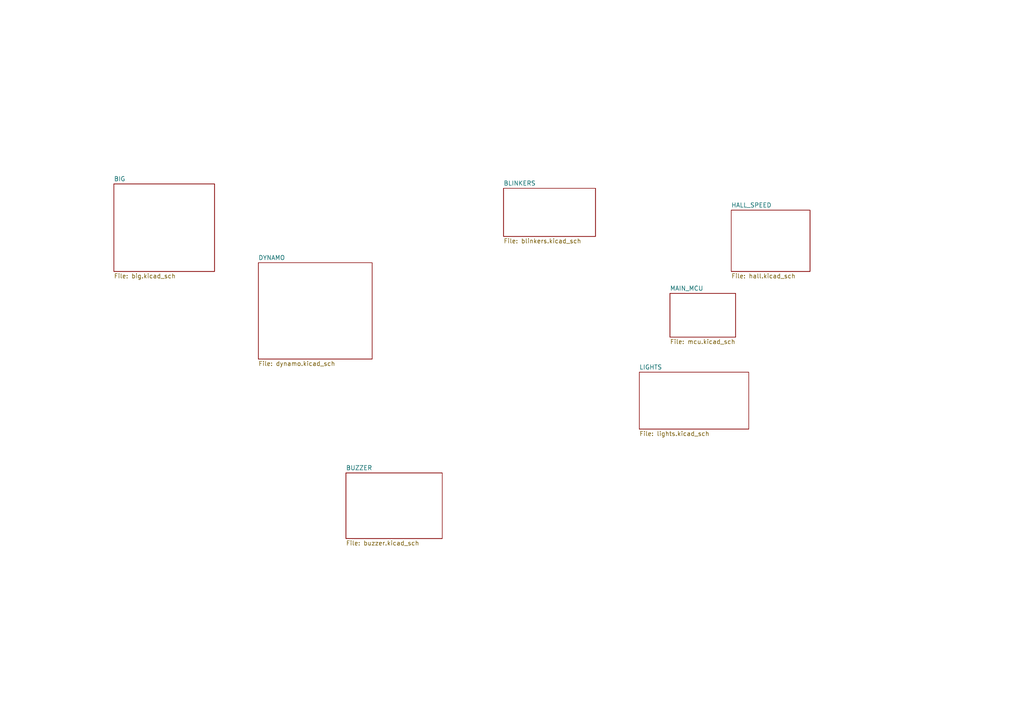
<source format=kicad_sch>
(kicad_sch
	(version 20231120)
	(generator "eeschema")
	(generator_version "8.0")
	(uuid "44b9e6ec-08e4-4361-b4b8-e7c9cf0a26a7")
	(paper "A4")
	(lib_symbols)
	(sheet
		(at 33.02 53.34)
		(size 29.21 25.4)
		(fields_autoplaced yes)
		(stroke
			(width 0.1524)
			(type solid)
		)
		(fill
			(color 0 0 0 0.0000)
		)
		(uuid "0b1f9a26-574f-45f7-a035-e03762f89362")
		(property "Sheetname" "BIG"
			(at 33.02 52.6284 0)
			(effects
				(font
					(size 1.27 1.27)
				)
				(justify left bottom)
			)
		)
		(property "Sheetfile" "big.kicad_sch"
			(at 33.02 79.3246 0)
			(effects
				(font
					(size 1.27 1.27)
				)
				(justify left top)
			)
		)
		(instances
			(project "eSokol"
				(path "/44b9e6ec-08e4-4361-b4b8-e7c9cf0a26a7"
					(page "10")
				)
			)
		)
	)
	(sheet
		(at 185.42 107.95)
		(size 31.75 16.51)
		(fields_autoplaced yes)
		(stroke
			(width 0.1524)
			(type solid)
		)
		(fill
			(color 0 0 0 0.0000)
		)
		(uuid "480f9b32-02ba-41e3-b0a1-d8e247c9dc24")
		(property "Sheetname" "LIGHTS"
			(at 185.42 107.2384 0)
			(effects
				(font
					(size 1.27 1.27)
				)
				(justify left bottom)
			)
		)
		(property "Sheetfile" "lights.kicad_sch"
			(at 185.42 125.0446 0)
			(effects
				(font
					(size 1.27 1.27)
				)
				(justify left top)
			)
		)
		(instances
			(project "eSokol"
				(path "/44b9e6ec-08e4-4361-b4b8-e7c9cf0a26a7"
					(page "2")
				)
			)
		)
	)
	(sheet
		(at 146.05 54.61)
		(size 26.67 13.97)
		(fields_autoplaced yes)
		(stroke
			(width 0.1524)
			(type solid)
		)
		(fill
			(color 0 0 0 0.0000)
		)
		(uuid "5f79abaa-79e0-4ada-a821-e92ee16aff81")
		(property "Sheetname" "BLINKERS"
			(at 146.05 53.8984 0)
			(effects
				(font
					(size 1.27 1.27)
				)
				(justify left bottom)
			)
		)
		(property "Sheetfile" "blinkers.kicad_sch"
			(at 146.05 69.1646 0)
			(effects
				(font
					(size 1.27 1.27)
				)
				(justify left top)
			)
		)
		(instances
			(project "eSokol"
				(path "/44b9e6ec-08e4-4361-b4b8-e7c9cf0a26a7"
					(page "9")
				)
			)
		)
	)
	(sheet
		(at 74.93 76.2)
		(size 33.02 27.94)
		(fields_autoplaced yes)
		(stroke
			(width 0.1524)
			(type solid)
		)
		(fill
			(color 0 0 0 0.0000)
		)
		(uuid "a2dfd65e-cf30-482b-b10c-95e6c4259503")
		(property "Sheetname" "DYNAMO"
			(at 74.93 75.4884 0)
			(effects
				(font
					(size 1.27 1.27)
				)
				(justify left bottom)
			)
		)
		(property "Sheetfile" "dynamo.kicad_sch"
			(at 74.93 104.7246 0)
			(effects
				(font
					(size 1.27 1.27)
				)
				(justify left top)
			)
		)
		(property "Pole2" ""
			(at 74.93 76.2 0)
			(effects
				(font
					(size 1.27 1.27)
				)
				(hide yes)
			)
		)
		(instances
			(project "eSokol"
				(path "/44b9e6ec-08e4-4361-b4b8-e7c9cf0a26a7"
					(page "7")
				)
			)
		)
	)
	(sheet
		(at 212.09 60.96)
		(size 22.86 17.78)
		(fields_autoplaced yes)
		(stroke
			(width 0.1524)
			(type solid)
		)
		(fill
			(color 0 0 0 0.0000)
		)
		(uuid "acfcdde5-2a88-4121-879e-06f52fef97fe")
		(property "Sheetname" "HALL_SPEED"
			(at 212.09 60.2484 0)
			(effects
				(font
					(size 1.27 1.27)
				)
				(justify left bottom)
			)
		)
		(property "Sheetfile" "hall.kicad_sch"
			(at 212.09 79.3246 0)
			(effects
				(font
					(size 1.27 1.27)
				)
				(justify left top)
			)
		)
		(instances
			(project "eSokol"
				(path "/44b9e6ec-08e4-4361-b4b8-e7c9cf0a26a7"
					(page "4")
				)
			)
		)
	)
	(sheet
		(at 100.33 137.16)
		(size 27.94 19.05)
		(fields_autoplaced yes)
		(stroke
			(width 0.1524)
			(type solid)
		)
		(fill
			(color 0 0 0 0.0000)
		)
		(uuid "eb9f82fa-578d-4247-bf0e-2e36a9af3c3d")
		(property "Sheetname" "BUZZER"
			(at 100.33 136.4484 0)
			(effects
				(font
					(size 1.27 1.27)
				)
				(justify left bottom)
			)
		)
		(property "Sheetfile" "buzzer.kicad_sch"
			(at 100.33 156.7946 0)
			(effects
				(font
					(size 1.27 1.27)
				)
				(justify left top)
			)
		)
		(instances
			(project "eSokol"
				(path "/44b9e6ec-08e4-4361-b4b8-e7c9cf0a26a7"
					(page "7")
				)
			)
		)
	)
	(sheet
		(at 194.31 85.09)
		(size 19.05 12.7)
		(fields_autoplaced yes)
		(stroke
			(width 0.1524)
			(type solid)
		)
		(fill
			(color 0 0 0 0.0000)
		)
		(uuid "f565501d-a817-4ef9-831d-033eb352bbe6")
		(property "Sheetname" "MAIN_MCU"
			(at 194.31 84.3784 0)
			(effects
				(font
					(size 1.27 1.27)
				)
				(justify left bottom)
			)
		)
		(property "Sheetfile" "mcu.kicad_sch"
			(at 194.31 98.3746 0)
			(effects
				(font
					(size 1.27 1.27)
				)
				(justify left top)
			)
		)
		(instances
			(project "eSokol"
				(path "/44b9e6ec-08e4-4361-b4b8-e7c9cf0a26a7"
					(page "3")
				)
			)
		)
	)
	(sheet_instances
		(path "/"
			(page "1")
		)
	)
)

</source>
